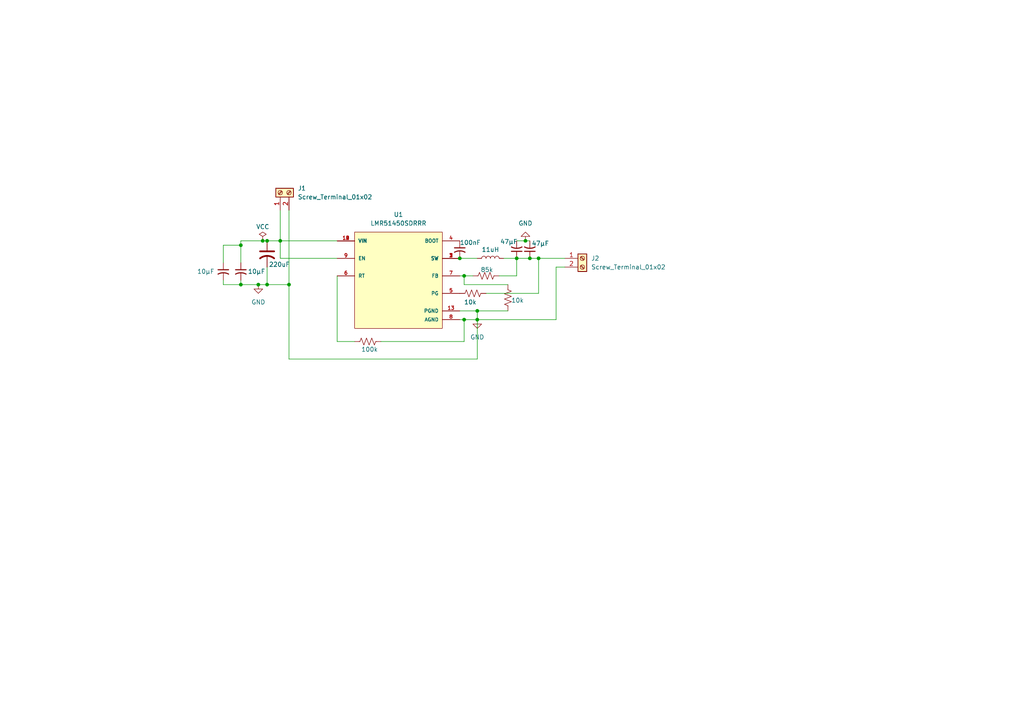
<source format=kicad_sch>
(kicad_sch
	(version 20250114)
	(generator "eeschema")
	(generator_version "9.0")
	(uuid "387b27bc-e35f-40e2-adbc-ba611e6bda3b")
	(paper "A4")
	(lib_symbols
		(symbol "Connector:Screw_Terminal_01x02"
			(pin_names
				(offset 1.016)
				(hide yes)
			)
			(exclude_from_sim no)
			(in_bom yes)
			(on_board yes)
			(property "Reference" "J"
				(at 0 2.54 0)
				(effects
					(font
						(size 1.27 1.27)
					)
				)
			)
			(property "Value" "Screw_Terminal_01x02"
				(at 0 -5.08 0)
				(effects
					(font
						(size 1.27 1.27)
					)
				)
			)
			(property "Footprint" ""
				(at 0 0 0)
				(effects
					(font
						(size 1.27 1.27)
					)
					(hide yes)
				)
			)
			(property "Datasheet" "~"
				(at 0 0 0)
				(effects
					(font
						(size 1.27 1.27)
					)
					(hide yes)
				)
			)
			(property "Description" "Generic screw terminal, single row, 01x02, script generated (kicad-library-utils/schlib/autogen/connector/)"
				(at 0 0 0)
				(effects
					(font
						(size 1.27 1.27)
					)
					(hide yes)
				)
			)
			(property "ki_keywords" "screw terminal"
				(at 0 0 0)
				(effects
					(font
						(size 1.27 1.27)
					)
					(hide yes)
				)
			)
			(property "ki_fp_filters" "TerminalBlock*:*"
				(at 0 0 0)
				(effects
					(font
						(size 1.27 1.27)
					)
					(hide yes)
				)
			)
			(symbol "Screw_Terminal_01x02_1_1"
				(rectangle
					(start -1.27 1.27)
					(end 1.27 -3.81)
					(stroke
						(width 0.254)
						(type default)
					)
					(fill
						(type background)
					)
				)
				(polyline
					(pts
						(xy -0.5334 0.3302) (xy 0.3302 -0.508)
					)
					(stroke
						(width 0.1524)
						(type default)
					)
					(fill
						(type none)
					)
				)
				(polyline
					(pts
						(xy -0.5334 -2.2098) (xy 0.3302 -3.048)
					)
					(stroke
						(width 0.1524)
						(type default)
					)
					(fill
						(type none)
					)
				)
				(polyline
					(pts
						(xy -0.3556 0.508) (xy 0.508 -0.3302)
					)
					(stroke
						(width 0.1524)
						(type default)
					)
					(fill
						(type none)
					)
				)
				(polyline
					(pts
						(xy -0.3556 -2.032) (xy 0.508 -2.8702)
					)
					(stroke
						(width 0.1524)
						(type default)
					)
					(fill
						(type none)
					)
				)
				(circle
					(center 0 0)
					(radius 0.635)
					(stroke
						(width 0.1524)
						(type default)
					)
					(fill
						(type none)
					)
				)
				(circle
					(center 0 -2.54)
					(radius 0.635)
					(stroke
						(width 0.1524)
						(type default)
					)
					(fill
						(type none)
					)
				)
				(pin passive line
					(at -5.08 0 0)
					(length 3.81)
					(name "Pin_1"
						(effects
							(font
								(size 1.27 1.27)
							)
						)
					)
					(number "1"
						(effects
							(font
								(size 1.27 1.27)
							)
						)
					)
				)
				(pin passive line
					(at -5.08 -2.54 0)
					(length 3.81)
					(name "Pin_2"
						(effects
							(font
								(size 1.27 1.27)
							)
						)
					)
					(number "2"
						(effects
							(font
								(size 1.27 1.27)
							)
						)
					)
				)
			)
			(embedded_fonts no)
		)
		(symbol "Device:C_Small_US"
			(pin_numbers
				(hide yes)
			)
			(pin_names
				(offset 0.254)
				(hide yes)
			)
			(exclude_from_sim no)
			(in_bom yes)
			(on_board yes)
			(property "Reference" "C"
				(at 0.254 1.778 0)
				(effects
					(font
						(size 1.27 1.27)
					)
					(justify left)
				)
			)
			(property "Value" "C_Small_US"
				(at 0.254 -2.032 0)
				(effects
					(font
						(size 1.27 1.27)
					)
					(justify left)
				)
			)
			(property "Footprint" ""
				(at 0 0 0)
				(effects
					(font
						(size 1.27 1.27)
					)
					(hide yes)
				)
			)
			(property "Datasheet" ""
				(at 0 0 0)
				(effects
					(font
						(size 1.27 1.27)
					)
					(hide yes)
				)
			)
			(property "Description" "capacitor, small US symbol"
				(at 0 0 0)
				(effects
					(font
						(size 1.27 1.27)
					)
					(hide yes)
				)
			)
			(property "ki_keywords" "cap capacitor"
				(at 0 0 0)
				(effects
					(font
						(size 1.27 1.27)
					)
					(hide yes)
				)
			)
			(property "ki_fp_filters" "C_*"
				(at 0 0 0)
				(effects
					(font
						(size 1.27 1.27)
					)
					(hide yes)
				)
			)
			(symbol "C_Small_US_0_1"
				(polyline
					(pts
						(xy -1.524 0.508) (xy 1.524 0.508)
					)
					(stroke
						(width 0.3048)
						(type default)
					)
					(fill
						(type none)
					)
				)
				(arc
					(start -1.524 -0.762)
					(mid 0 -0.3734)
					(end 1.524 -0.762)
					(stroke
						(width 0.3048)
						(type default)
					)
					(fill
						(type none)
					)
				)
			)
			(symbol "C_Small_US_1_1"
				(pin passive line
					(at 0 2.54 270)
					(length 2.032)
					(name "~"
						(effects
							(font
								(size 1.27 1.27)
							)
						)
					)
					(number "1"
						(effects
							(font
								(size 1.27 1.27)
							)
						)
					)
				)
				(pin passive line
					(at 0 -2.54 90)
					(length 2.032)
					(name "~"
						(effects
							(font
								(size 1.27 1.27)
							)
						)
					)
					(number "2"
						(effects
							(font
								(size 1.27 1.27)
							)
						)
					)
				)
			)
			(embedded_fonts no)
		)
		(symbol "Device:C_US"
			(pin_numbers
				(hide yes)
			)
			(pin_names
				(offset 0.254)
				(hide yes)
			)
			(exclude_from_sim no)
			(in_bom yes)
			(on_board yes)
			(property "Reference" "C"
				(at 0.635 2.54 0)
				(effects
					(font
						(size 1.27 1.27)
					)
					(justify left)
				)
			)
			(property "Value" "C_US"
				(at 0.635 -2.54 0)
				(effects
					(font
						(size 1.27 1.27)
					)
					(justify left)
				)
			)
			(property "Footprint" ""
				(at 0 0 0)
				(effects
					(font
						(size 1.27 1.27)
					)
					(hide yes)
				)
			)
			(property "Datasheet" ""
				(at 0 0 0)
				(effects
					(font
						(size 1.27 1.27)
					)
					(hide yes)
				)
			)
			(property "Description" "capacitor, US symbol"
				(at 0 0 0)
				(effects
					(font
						(size 1.27 1.27)
					)
					(hide yes)
				)
			)
			(property "ki_keywords" "cap capacitor"
				(at 0 0 0)
				(effects
					(font
						(size 1.27 1.27)
					)
					(hide yes)
				)
			)
			(property "ki_fp_filters" "C_*"
				(at 0 0 0)
				(effects
					(font
						(size 1.27 1.27)
					)
					(hide yes)
				)
			)
			(symbol "C_US_0_1"
				(polyline
					(pts
						(xy -2.032 0.762) (xy 2.032 0.762)
					)
					(stroke
						(width 0.508)
						(type default)
					)
					(fill
						(type none)
					)
				)
				(arc
					(start -2.032 -1.27)
					(mid 0 -0.5572)
					(end 2.032 -1.27)
					(stroke
						(width 0.508)
						(type default)
					)
					(fill
						(type none)
					)
				)
			)
			(symbol "C_US_1_1"
				(pin passive line
					(at 0 3.81 270)
					(length 2.794)
					(name "~"
						(effects
							(font
								(size 1.27 1.27)
							)
						)
					)
					(number "1"
						(effects
							(font
								(size 1.27 1.27)
							)
						)
					)
				)
				(pin passive line
					(at 0 -3.81 90)
					(length 3.302)
					(name "~"
						(effects
							(font
								(size 1.27 1.27)
							)
						)
					)
					(number "2"
						(effects
							(font
								(size 1.27 1.27)
							)
						)
					)
				)
			)
			(embedded_fonts no)
		)
		(symbol "Device:L"
			(pin_numbers
				(hide yes)
			)
			(pin_names
				(offset 1.016)
				(hide yes)
			)
			(exclude_from_sim no)
			(in_bom yes)
			(on_board yes)
			(property "Reference" "L"
				(at -1.27 0 90)
				(effects
					(font
						(size 1.27 1.27)
					)
				)
			)
			(property "Value" "L"
				(at 1.905 0 90)
				(effects
					(font
						(size 1.27 1.27)
					)
				)
			)
			(property "Footprint" ""
				(at 0 0 0)
				(effects
					(font
						(size 1.27 1.27)
					)
					(hide yes)
				)
			)
			(property "Datasheet" "~"
				(at 0 0 0)
				(effects
					(font
						(size 1.27 1.27)
					)
					(hide yes)
				)
			)
			(property "Description" "Inductor"
				(at 0 0 0)
				(effects
					(font
						(size 1.27 1.27)
					)
					(hide yes)
				)
			)
			(property "ki_keywords" "inductor choke coil reactor magnetic"
				(at 0 0 0)
				(effects
					(font
						(size 1.27 1.27)
					)
					(hide yes)
				)
			)
			(property "ki_fp_filters" "Choke_* *Coil* Inductor_* L_*"
				(at 0 0 0)
				(effects
					(font
						(size 1.27 1.27)
					)
					(hide yes)
				)
			)
			(symbol "L_0_1"
				(arc
					(start 0 2.54)
					(mid 0.6323 1.905)
					(end 0 1.27)
					(stroke
						(width 0)
						(type default)
					)
					(fill
						(type none)
					)
				)
				(arc
					(start 0 1.27)
					(mid 0.6323 0.635)
					(end 0 0)
					(stroke
						(width 0)
						(type default)
					)
					(fill
						(type none)
					)
				)
				(arc
					(start 0 0)
					(mid 0.6323 -0.635)
					(end 0 -1.27)
					(stroke
						(width 0)
						(type default)
					)
					(fill
						(type none)
					)
				)
				(arc
					(start 0 -1.27)
					(mid 0.6323 -1.905)
					(end 0 -2.54)
					(stroke
						(width 0)
						(type default)
					)
					(fill
						(type none)
					)
				)
			)
			(symbol "L_1_1"
				(pin passive line
					(at 0 3.81 270)
					(length 1.27)
					(name "1"
						(effects
							(font
								(size 1.27 1.27)
							)
						)
					)
					(number "1"
						(effects
							(font
								(size 1.27 1.27)
							)
						)
					)
				)
				(pin passive line
					(at 0 -3.81 90)
					(length 1.27)
					(name "2"
						(effects
							(font
								(size 1.27 1.27)
							)
						)
					)
					(number "2"
						(effects
							(font
								(size 1.27 1.27)
							)
						)
					)
				)
			)
			(embedded_fonts no)
		)
		(symbol "Device:R_US"
			(pin_numbers
				(hide yes)
			)
			(pin_names
				(offset 0)
			)
			(exclude_from_sim no)
			(in_bom yes)
			(on_board yes)
			(property "Reference" "R"
				(at 2.54 0 90)
				(effects
					(font
						(size 1.27 1.27)
					)
				)
			)
			(property "Value" "R_US"
				(at -2.54 0 90)
				(effects
					(font
						(size 1.27 1.27)
					)
				)
			)
			(property "Footprint" ""
				(at 1.016 -0.254 90)
				(effects
					(font
						(size 1.27 1.27)
					)
					(hide yes)
				)
			)
			(property "Datasheet" "~"
				(at 0 0 0)
				(effects
					(font
						(size 1.27 1.27)
					)
					(hide yes)
				)
			)
			(property "Description" "Resistor, US symbol"
				(at 0 0 0)
				(effects
					(font
						(size 1.27 1.27)
					)
					(hide yes)
				)
			)
			(property "ki_keywords" "R res resistor"
				(at 0 0 0)
				(effects
					(font
						(size 1.27 1.27)
					)
					(hide yes)
				)
			)
			(property "ki_fp_filters" "R_*"
				(at 0 0 0)
				(effects
					(font
						(size 1.27 1.27)
					)
					(hide yes)
				)
			)
			(symbol "R_US_0_1"
				(polyline
					(pts
						(xy 0 2.286) (xy 0 2.54)
					)
					(stroke
						(width 0)
						(type default)
					)
					(fill
						(type none)
					)
				)
				(polyline
					(pts
						(xy 0 2.286) (xy 1.016 1.905) (xy 0 1.524) (xy -1.016 1.143) (xy 0 0.762)
					)
					(stroke
						(width 0)
						(type default)
					)
					(fill
						(type none)
					)
				)
				(polyline
					(pts
						(xy 0 0.762) (xy 1.016 0.381) (xy 0 0) (xy -1.016 -0.381) (xy 0 -0.762)
					)
					(stroke
						(width 0)
						(type default)
					)
					(fill
						(type none)
					)
				)
				(polyline
					(pts
						(xy 0 -0.762) (xy 1.016 -1.143) (xy 0 -1.524) (xy -1.016 -1.905) (xy 0 -2.286)
					)
					(stroke
						(width 0)
						(type default)
					)
					(fill
						(type none)
					)
				)
				(polyline
					(pts
						(xy 0 -2.286) (xy 0 -2.54)
					)
					(stroke
						(width 0)
						(type default)
					)
					(fill
						(type none)
					)
				)
			)
			(symbol "R_US_1_1"
				(pin passive line
					(at 0 3.81 270)
					(length 1.27)
					(name "~"
						(effects
							(font
								(size 1.27 1.27)
							)
						)
					)
					(number "1"
						(effects
							(font
								(size 1.27 1.27)
							)
						)
					)
				)
				(pin passive line
					(at 0 -3.81 90)
					(length 1.27)
					(name "~"
						(effects
							(font
								(size 1.27 1.27)
							)
						)
					)
					(number "2"
						(effects
							(font
								(size 1.27 1.27)
							)
						)
					)
				)
			)
			(embedded_fonts no)
		)
		(symbol "LMR51450SDRRR:LMR51450SDRRR"
			(pin_names
				(offset 1.016)
			)
			(exclude_from_sim no)
			(in_bom yes)
			(on_board yes)
			(property "Reference" "U"
				(at -12.7 13.335 0)
				(effects
					(font
						(size 1.27 1.27)
					)
					(justify left bottom)
				)
			)
			(property "Value" "LMR51450SDRRR"
				(at -12.7 -17.78 0)
				(effects
					(font
						(size 1.27 1.27)
					)
					(justify left bottom)
				)
			)
			(property "Footprint" "LMR51450SDRRR:CONV_LMR51450SDRRR"
				(at 0 0 0)
				(effects
					(font
						(size 1.27 1.27)
					)
					(justify bottom)
					(hide yes)
				)
			)
			(property "Datasheet" ""
				(at 0 0 0)
				(effects
					(font
						(size 1.27 1.27)
					)
					(hide yes)
				)
			)
			(property "Description" ""
				(at 0 0 0)
				(effects
					(font
						(size 1.27 1.27)
					)
					(hide yes)
				)
			)
			(property "MF" "Texas Instruments"
				(at 0 0 0)
				(effects
					(font
						(size 1.27 1.27)
					)
					(justify bottom)
					(hide yes)
				)
			)
			(property "MAXIMUM_PACKAGE_HEIGHT" "0.80 mm"
				(at 0 0 0)
				(effects
					(font
						(size 1.27 1.27)
					)
					(justify bottom)
					(hide yes)
				)
			)
			(property "Package" "WSON-12 Texas Instruments"
				(at 0 0 0)
				(effects
					(font
						(size 1.27 1.27)
					)
					(justify bottom)
					(hide yes)
				)
			)
			(property "Price" "None"
				(at 0 0 0)
				(effects
					(font
						(size 1.27 1.27)
					)
					(justify bottom)
					(hide yes)
				)
			)
			(property "Check_prices" "https://www.snapeda.com/parts/LMR51450SDRRR/Texas+Instruments/view-part/?ref=eda"
				(at 0 0 0)
				(effects
					(font
						(size 1.27 1.27)
					)
					(justify bottom)
					(hide yes)
				)
			)
			(property "STANDARD" "Manufacturer Recommendations"
				(at 0 0 0)
				(effects
					(font
						(size 1.27 1.27)
					)
					(justify bottom)
					(hide yes)
				)
			)
			(property "PARTREV" "December 2022"
				(at 0 0 0)
				(effects
					(font
						(size 1.27 1.27)
					)
					(justify bottom)
					(hide yes)
				)
			)
			(property "SnapEDA_Link" "https://www.snapeda.com/parts/LMR51450SDRRR/Texas+Instruments/view-part/?ref=snap"
				(at 0 0 0)
				(effects
					(font
						(size 1.27 1.27)
					)
					(justify bottom)
					(hide yes)
				)
			)
			(property "MP" "LMR51450SDRRR"
				(at 0 0 0)
				(effects
					(font
						(size 1.27 1.27)
					)
					(justify bottom)
					(hide yes)
				)
			)
			(property "Description_1" "36-V, 5-A synchronous buck converter"
				(at 0 0 0)
				(effects
					(font
						(size 1.27 1.27)
					)
					(justify bottom)
					(hide yes)
				)
			)
			(property "Availability" "In Stock"
				(at 0 0 0)
				(effects
					(font
						(size 1.27 1.27)
					)
					(justify bottom)
					(hide yes)
				)
			)
			(property "MANUFACTURER" "Texas Instruments"
				(at 0 0 0)
				(effects
					(font
						(size 1.27 1.27)
					)
					(justify bottom)
					(hide yes)
				)
			)
			(symbol "LMR51450SDRRR_0_0"
				(rectangle
					(start -12.7 -15.24)
					(end 12.7 12.7)
					(stroke
						(width 0.1524)
						(type default)
					)
					(fill
						(type background)
					)
				)
				(pin input line
					(at -17.78 10.16 0)
					(length 5.08)
					(name "VIN"
						(effects
							(font
								(size 1.016 1.016)
							)
						)
					)
					(number "10"
						(effects
							(font
								(size 1.016 1.016)
							)
						)
					)
				)
				(pin input line
					(at -17.78 10.16 0)
					(length 5.08)
					(name "VIN"
						(effects
							(font
								(size 1.016 1.016)
							)
						)
					)
					(number "11"
						(effects
							(font
								(size 1.016 1.016)
							)
						)
					)
				)
				(pin input line
					(at -17.78 10.16 0)
					(length 5.08)
					(name "VIN"
						(effects
							(font
								(size 1.016 1.016)
							)
						)
					)
					(number "12"
						(effects
							(font
								(size 1.016 1.016)
							)
						)
					)
				)
				(pin input line
					(at -17.78 5.08 0)
					(length 5.08)
					(name "EN"
						(effects
							(font
								(size 1.016 1.016)
							)
						)
					)
					(number "9"
						(effects
							(font
								(size 1.016 1.016)
							)
						)
					)
				)
				(pin input line
					(at -17.78 0 0)
					(length 5.08)
					(name "RT"
						(effects
							(font
								(size 1.016 1.016)
							)
						)
					)
					(number "6"
						(effects
							(font
								(size 1.016 1.016)
							)
						)
					)
				)
				(pin passive line
					(at 17.78 10.16 180)
					(length 5.08)
					(name "BOOT"
						(effects
							(font
								(size 1.016 1.016)
							)
						)
					)
					(number "4"
						(effects
							(font
								(size 1.016 1.016)
							)
						)
					)
				)
				(pin output line
					(at 17.78 5.08 180)
					(length 5.08)
					(name "SW"
						(effects
							(font
								(size 1.016 1.016)
							)
						)
					)
					(number "1"
						(effects
							(font
								(size 1.016 1.016)
							)
						)
					)
				)
				(pin output line
					(at 17.78 5.08 180)
					(length 5.08)
					(name "SW"
						(effects
							(font
								(size 1.016 1.016)
							)
						)
					)
					(number "2"
						(effects
							(font
								(size 1.016 1.016)
							)
						)
					)
				)
				(pin output line
					(at 17.78 5.08 180)
					(length 5.08)
					(name "SW"
						(effects
							(font
								(size 1.016 1.016)
							)
						)
					)
					(number "3"
						(effects
							(font
								(size 1.016 1.016)
							)
						)
					)
				)
				(pin input line
					(at 17.78 0 180)
					(length 5.08)
					(name "FB"
						(effects
							(font
								(size 1.016 1.016)
							)
						)
					)
					(number "7"
						(effects
							(font
								(size 1.016 1.016)
							)
						)
					)
				)
				(pin output line
					(at 17.78 -5.08 180)
					(length 5.08)
					(name "PG"
						(effects
							(font
								(size 1.016 1.016)
							)
						)
					)
					(number "5"
						(effects
							(font
								(size 1.016 1.016)
							)
						)
					)
				)
				(pin power_in line
					(at 17.78 -10.16 180)
					(length 5.08)
					(name "PGND"
						(effects
							(font
								(size 1.016 1.016)
							)
						)
					)
					(number "13"
						(effects
							(font
								(size 1.016 1.016)
							)
						)
					)
				)
				(pin power_in line
					(at 17.78 -12.7 180)
					(length 5.08)
					(name "AGND"
						(effects
							(font
								(size 1.016 1.016)
							)
						)
					)
					(number "8"
						(effects
							(font
								(size 1.016 1.016)
							)
						)
					)
				)
			)
			(embedded_fonts no)
		)
		(symbol "power:GND"
			(power)
			(pin_numbers
				(hide yes)
			)
			(pin_names
				(offset 0)
				(hide yes)
			)
			(exclude_from_sim no)
			(in_bom yes)
			(on_board yes)
			(property "Reference" "#PWR"
				(at 0 -6.35 0)
				(effects
					(font
						(size 1.27 1.27)
					)
					(hide yes)
				)
			)
			(property "Value" "GND"
				(at 0 -3.81 0)
				(effects
					(font
						(size 1.27 1.27)
					)
				)
			)
			(property "Footprint" ""
				(at 0 0 0)
				(effects
					(font
						(size 1.27 1.27)
					)
					(hide yes)
				)
			)
			(property "Datasheet" ""
				(at 0 0 0)
				(effects
					(font
						(size 1.27 1.27)
					)
					(hide yes)
				)
			)
			(property "Description" "Power symbol creates a global label with name \"GND\" , ground"
				(at 0 0 0)
				(effects
					(font
						(size 1.27 1.27)
					)
					(hide yes)
				)
			)
			(property "ki_keywords" "global power"
				(at 0 0 0)
				(effects
					(font
						(size 1.27 1.27)
					)
					(hide yes)
				)
			)
			(symbol "GND_0_1"
				(polyline
					(pts
						(xy 0 0) (xy 0 -1.27) (xy 1.27 -1.27) (xy 0 -2.54) (xy -1.27 -1.27) (xy 0 -1.27)
					)
					(stroke
						(width 0)
						(type default)
					)
					(fill
						(type none)
					)
				)
			)
			(symbol "GND_1_1"
				(pin power_in line
					(at 0 0 270)
					(length 0)
					(name "~"
						(effects
							(font
								(size 1.27 1.27)
							)
						)
					)
					(number "1"
						(effects
							(font
								(size 1.27 1.27)
							)
						)
					)
				)
			)
			(embedded_fonts no)
		)
		(symbol "power:PWR_FLAG"
			(power)
			(pin_numbers
				(hide yes)
			)
			(pin_names
				(offset 0)
				(hide yes)
			)
			(exclude_from_sim no)
			(in_bom yes)
			(on_board yes)
			(property "Reference" "#FLG"
				(at 0 1.905 0)
				(effects
					(font
						(size 1.27 1.27)
					)
					(hide yes)
				)
			)
			(property "Value" "PWR_FLAG"
				(at 0 3.81 0)
				(effects
					(font
						(size 1.27 1.27)
					)
				)
			)
			(property "Footprint" ""
				(at 0 0 0)
				(effects
					(font
						(size 1.27 1.27)
					)
					(hide yes)
				)
			)
			(property "Datasheet" "~"
				(at 0 0 0)
				(effects
					(font
						(size 1.27 1.27)
					)
					(hide yes)
				)
			)
			(property "Description" "Special symbol for telling ERC where power comes from"
				(at 0 0 0)
				(effects
					(font
						(size 1.27 1.27)
					)
					(hide yes)
				)
			)
			(property "ki_keywords" "flag power"
				(at 0 0 0)
				(effects
					(font
						(size 1.27 1.27)
					)
					(hide yes)
				)
			)
			(symbol "PWR_FLAG_0_0"
				(pin power_out line
					(at 0 0 90)
					(length 0)
					(name "~"
						(effects
							(font
								(size 1.27 1.27)
							)
						)
					)
					(number "1"
						(effects
							(font
								(size 1.27 1.27)
							)
						)
					)
				)
			)
			(symbol "PWR_FLAG_0_1"
				(polyline
					(pts
						(xy 0 0) (xy 0 1.27) (xy -1.016 1.905) (xy 0 2.54) (xy 1.016 1.905) (xy 0 1.27)
					)
					(stroke
						(width 0)
						(type default)
					)
					(fill
						(type none)
					)
				)
			)
			(embedded_fonts no)
		)
	)
	(junction
		(at 69.85 71.12)
		(diameter 0)
		(color 0 0 0 0)
		(uuid "1be489f7-27c3-48e5-a0e0-6e68c1962040")
	)
	(junction
		(at 83.82 82.55)
		(diameter 0)
		(color 0 0 0 0)
		(uuid "1db8b154-f9b2-4e28-8a52-d37a33ee8918")
	)
	(junction
		(at 77.47 69.85)
		(diameter 0)
		(color 0 0 0 0)
		(uuid "51491a5c-3413-4be2-aa30-3a8d8b95711d")
	)
	(junction
		(at 76.2 69.85)
		(diameter 0)
		(color 0 0 0 0)
		(uuid "54758bc8-bd36-4bac-b573-dbc034ddb667")
	)
	(junction
		(at 133.35 74.93)
		(diameter 0)
		(color 0 0 0 0)
		(uuid "60a21e23-46b8-4d28-9e05-b02f5a1040fc")
	)
	(junction
		(at 69.85 82.55)
		(diameter 0)
		(color 0 0 0 0)
		(uuid "6a291cee-b7a5-485e-8951-f91ce0b49119")
	)
	(junction
		(at 134.62 92.71)
		(diameter 0)
		(color 0 0 0 0)
		(uuid "7a5031c1-e236-47c0-afe4-73165397a667")
	)
	(junction
		(at 77.47 82.55)
		(diameter 0)
		(color 0 0 0 0)
		(uuid "a4d898e1-18ce-48ef-be5a-6b0dc90b0566")
	)
	(junction
		(at 81.28 69.85)
		(diameter 0)
		(color 0 0 0 0)
		(uuid "bc09db93-889f-4db2-b5e0-e33bf1adbaca")
	)
	(junction
		(at 74.93 82.55)
		(diameter 0)
		(color 0 0 0 0)
		(uuid "c1f90de0-340c-4c6c-a34b-48e01452b0f8")
	)
	(junction
		(at 149.86 74.93)
		(diameter 0)
		(color 0 0 0 0)
		(uuid "cd4ee0be-1ab7-4e84-b85e-7f84855f1e6e")
	)
	(junction
		(at 153.67 74.93)
		(diameter 0)
		(color 0 0 0 0)
		(uuid "d24146a8-1e85-436f-863d-f7555c17136f")
	)
	(junction
		(at 134.62 80.01)
		(diameter 0)
		(color 0 0 0 0)
		(uuid "d36130f0-7666-4a20-8967-efa86bb40991")
	)
	(junction
		(at 152.4 69.85)
		(diameter 0)
		(color 0 0 0 0)
		(uuid "da8509e9-245e-493e-8aff-013cbd96baf5")
	)
	(junction
		(at 138.43 90.17)
		(diameter 0)
		(color 0 0 0 0)
		(uuid "ec6f888d-2da1-47cd-a9e1-53e8246ea885")
	)
	(junction
		(at 138.43 92.71)
		(diameter 0)
		(color 0 0 0 0)
		(uuid "f00e91f7-cc99-452c-8dff-139c4a9ed39c")
	)
	(junction
		(at 156.21 74.93)
		(diameter 0)
		(color 0 0 0 0)
		(uuid "fd4a70fc-112c-442b-8484-989e2cb2bb4b")
	)
	(wire
		(pts
			(xy 149.86 69.85) (xy 152.4 69.85)
		)
		(stroke
			(width 0)
			(type default)
		)
		(uuid "014040df-c1fc-41aa-a22a-5462338c6ad1")
	)
	(wire
		(pts
			(xy 76.2 69.85) (xy 77.47 69.85)
		)
		(stroke
			(width 0)
			(type default)
		)
		(uuid "03a9d33b-8bba-48da-bc01-4d0c81149a5f")
	)
	(wire
		(pts
			(xy 138.43 90.17) (xy 147.32 90.17)
		)
		(stroke
			(width 0)
			(type default)
		)
		(uuid "0dc5abf5-2723-4b23-b336-b116626510ed")
	)
	(wire
		(pts
			(xy 161.29 77.47) (xy 161.29 92.71)
		)
		(stroke
			(width 0)
			(type default)
		)
		(uuid "110e87ff-1972-4db8-bcb4-6ddad1e50f9a")
	)
	(wire
		(pts
			(xy 156.21 74.93) (xy 156.21 85.09)
		)
		(stroke
			(width 0)
			(type default)
		)
		(uuid "13a1168b-1199-4e1b-92a5-7b2e0d4aafe0")
	)
	(wire
		(pts
			(xy 110.49 99.06) (xy 134.62 99.06)
		)
		(stroke
			(width 0)
			(type default)
		)
		(uuid "16d6aef1-4d7d-418d-adc5-f7d11c4f5d8a")
	)
	(wire
		(pts
			(xy 133.35 80.01) (xy 134.62 80.01)
		)
		(stroke
			(width 0)
			(type default)
		)
		(uuid "1ba0c25d-eb90-49d6-bd67-ba3d2c318403")
	)
	(wire
		(pts
			(xy 138.43 92.71) (xy 161.29 92.71)
		)
		(stroke
			(width 0)
			(type default)
		)
		(uuid "21c19975-5c99-4361-a44d-b981d849fef1")
	)
	(wire
		(pts
			(xy 81.28 60.96) (xy 81.28 69.85)
		)
		(stroke
			(width 0)
			(type default)
		)
		(uuid "31ae8105-7daa-46bc-8ed2-bddf03bcf693")
	)
	(wire
		(pts
			(xy 144.78 80.01) (xy 149.86 80.01)
		)
		(stroke
			(width 0)
			(type default)
		)
		(uuid "3542c7fa-d313-4e79-bb0d-67dbd8dbb8a1")
	)
	(wire
		(pts
			(xy 77.47 69.85) (xy 81.28 69.85)
		)
		(stroke
			(width 0)
			(type default)
		)
		(uuid "51f6cdbf-d58b-4c48-8b6f-e40644846abe")
	)
	(wire
		(pts
			(xy 97.79 80.01) (xy 97.79 99.06)
		)
		(stroke
			(width 0)
			(type default)
		)
		(uuid "5303e027-a34c-4071-b89b-fb5d56c14775")
	)
	(wire
		(pts
			(xy 163.83 77.47) (xy 161.29 77.47)
		)
		(stroke
			(width 0)
			(type default)
		)
		(uuid "55765691-bf15-40c3-b876-a7b37135aafc")
	)
	(wire
		(pts
			(xy 140.97 85.09) (xy 156.21 85.09)
		)
		(stroke
			(width 0)
			(type default)
		)
		(uuid "5ed90b56-bb9e-4d82-8f09-ec3f7d0b0d72")
	)
	(wire
		(pts
			(xy 69.85 71.12) (xy 64.77 71.12)
		)
		(stroke
			(width 0)
			(type default)
		)
		(uuid "634e3d3a-160b-4447-9b38-56e8ff89860c")
	)
	(wire
		(pts
			(xy 134.62 80.01) (xy 134.62 82.55)
		)
		(stroke
			(width 0)
			(type default)
		)
		(uuid "63790df7-ef07-47dc-8bb7-3c8b1184e667")
	)
	(wire
		(pts
			(xy 64.77 81.28) (xy 64.77 82.55)
		)
		(stroke
			(width 0)
			(type default)
		)
		(uuid "717ebd82-3db8-4374-8660-e73ca797dd3c")
	)
	(wire
		(pts
			(xy 156.21 74.93) (xy 163.83 74.93)
		)
		(stroke
			(width 0)
			(type default)
		)
		(uuid "72c6ba5f-3381-43e6-a5ed-812027ab65c1")
	)
	(wire
		(pts
			(xy 81.28 69.85) (xy 81.28 74.93)
		)
		(stroke
			(width 0)
			(type default)
		)
		(uuid "73cdd55a-176f-416c-aa06-3152f93788c4")
	)
	(wire
		(pts
			(xy 83.82 104.14) (xy 138.43 104.14)
		)
		(stroke
			(width 0)
			(type default)
		)
		(uuid "771b6c38-2ff2-46cd-a3a6-83d5223b0b03")
	)
	(wire
		(pts
			(xy 69.85 71.12) (xy 69.85 76.2)
		)
		(stroke
			(width 0)
			(type default)
		)
		(uuid "7f03f528-a337-49f2-9f7f-33decfaba828")
	)
	(wire
		(pts
			(xy 149.86 74.93) (xy 153.67 74.93)
		)
		(stroke
			(width 0)
			(type default)
		)
		(uuid "8034fe02-ab02-4174-b26f-62ee0251acc4")
	)
	(wire
		(pts
			(xy 83.82 82.55) (xy 83.82 104.14)
		)
		(stroke
			(width 0)
			(type default)
		)
		(uuid "8583346d-3564-4839-8359-d88cf5d964b1")
	)
	(wire
		(pts
			(xy 69.85 69.85) (xy 76.2 69.85)
		)
		(stroke
			(width 0)
			(type default)
		)
		(uuid "8ee0de8a-52c2-47a8-8985-3e8a52b38eea")
	)
	(wire
		(pts
			(xy 149.86 74.93) (xy 149.86 80.01)
		)
		(stroke
			(width 0)
			(type default)
		)
		(uuid "8fe3ce05-9b08-4e2e-9323-42915d2f0f4a")
	)
	(wire
		(pts
			(xy 74.93 82.55) (xy 77.47 82.55)
		)
		(stroke
			(width 0)
			(type default)
		)
		(uuid "919e110f-1563-416e-98f7-05891fddf3fd")
	)
	(wire
		(pts
			(xy 97.79 99.06) (xy 102.87 99.06)
		)
		(stroke
			(width 0)
			(type default)
		)
		(uuid "92c659d8-1f96-4511-85e2-d0d035b1ceb4")
	)
	(wire
		(pts
			(xy 133.35 74.93) (xy 138.43 74.93)
		)
		(stroke
			(width 0)
			(type default)
		)
		(uuid "9c3b4462-840a-4963-8c67-7970719f2894")
	)
	(wire
		(pts
			(xy 134.62 82.55) (xy 147.32 82.55)
		)
		(stroke
			(width 0)
			(type default)
		)
		(uuid "9d619e2f-5af2-4e47-b35b-ec213c1f24d6")
	)
	(wire
		(pts
			(xy 77.47 77.47) (xy 77.47 82.55)
		)
		(stroke
			(width 0)
			(type default)
		)
		(uuid "a9d94a29-8c44-4d24-af2c-cc0f15b0d843")
	)
	(wire
		(pts
			(xy 133.35 92.71) (xy 134.62 92.71)
		)
		(stroke
			(width 0)
			(type default)
		)
		(uuid "ac839904-9e23-41f9-99be-29a880a65124")
	)
	(wire
		(pts
			(xy 138.43 104.14) (xy 138.43 92.71)
		)
		(stroke
			(width 0)
			(type default)
		)
		(uuid "b0f742a1-3a1f-4190-97dc-a34475773ca8")
	)
	(wire
		(pts
			(xy 69.85 71.12) (xy 69.85 69.85)
		)
		(stroke
			(width 0)
			(type default)
		)
		(uuid "b4bb90c6-a75e-41fb-9e51-17cacc046a2d")
	)
	(wire
		(pts
			(xy 64.77 82.55) (xy 69.85 82.55)
		)
		(stroke
			(width 0)
			(type default)
		)
		(uuid "b4fce198-903a-4dca-b6e1-8e44d37f34a0")
	)
	(wire
		(pts
			(xy 146.05 74.93) (xy 149.86 74.93)
		)
		(stroke
			(width 0)
			(type default)
		)
		(uuid "b98137fe-72ea-492d-9570-52a73ca9459a")
	)
	(wire
		(pts
			(xy 77.47 82.55) (xy 83.82 82.55)
		)
		(stroke
			(width 0)
			(type default)
		)
		(uuid "b9cfe081-f84b-4843-8c9a-89fa3013c546")
	)
	(wire
		(pts
			(xy 83.82 60.96) (xy 83.82 82.55)
		)
		(stroke
			(width 0)
			(type default)
		)
		(uuid "be5ab143-47bc-459e-9a3f-32af27d0245a")
	)
	(wire
		(pts
			(xy 81.28 74.93) (xy 97.79 74.93)
		)
		(stroke
			(width 0)
			(type default)
		)
		(uuid "c22911da-c129-4337-a1d3-1d96f05fd657")
	)
	(wire
		(pts
			(xy 133.35 90.17) (xy 138.43 90.17)
		)
		(stroke
			(width 0)
			(type default)
		)
		(uuid "dbbfbc37-d7ef-4027-a7e6-ce821e95c5a5")
	)
	(wire
		(pts
			(xy 69.85 82.55) (xy 74.93 82.55)
		)
		(stroke
			(width 0)
			(type default)
		)
		(uuid "dddfc956-5a0a-48a8-916a-f453821ce2bb")
	)
	(wire
		(pts
			(xy 134.62 80.01) (xy 137.16 80.01)
		)
		(stroke
			(width 0)
			(type default)
		)
		(uuid "e0bbcd9a-9821-4d73-b70d-eaf0b990f122")
	)
	(wire
		(pts
			(xy 152.4 69.85) (xy 153.67 69.85)
		)
		(stroke
			(width 0)
			(type default)
		)
		(uuid "eb0fd854-2057-40c0-836c-06fbdbf60188")
	)
	(wire
		(pts
			(xy 134.62 99.06) (xy 134.62 92.71)
		)
		(stroke
			(width 0)
			(type default)
		)
		(uuid "ed56574b-5b28-4112-a660-a5cf764b6029")
	)
	(wire
		(pts
			(xy 81.28 69.85) (xy 97.79 69.85)
		)
		(stroke
			(width 0)
			(type default)
		)
		(uuid "f20a2d70-9153-47b3-98cd-0c585408416b")
	)
	(wire
		(pts
			(xy 153.67 74.93) (xy 156.21 74.93)
		)
		(stroke
			(width 0)
			(type default)
		)
		(uuid "f3974429-3ece-4ee1-a8a9-1ac6a9386d02")
	)
	(wire
		(pts
			(xy 69.85 81.28) (xy 69.85 82.55)
		)
		(stroke
			(width 0)
			(type default)
		)
		(uuid "f4a1db95-f470-403e-bdc3-cf94dd0aa0d3")
	)
	(wire
		(pts
			(xy 134.62 92.71) (xy 138.43 92.71)
		)
		(stroke
			(width 0)
			(type default)
		)
		(uuid "f7f4aab6-7b55-49f4-aa27-5c4f713633a2")
	)
	(wire
		(pts
			(xy 138.43 90.17) (xy 138.43 92.71)
		)
		(stroke
			(width 0)
			(type default)
		)
		(uuid "f852f108-868f-49d2-89ec-7323695e5d67")
	)
	(wire
		(pts
			(xy 64.77 71.12) (xy 64.77 76.2)
		)
		(stroke
			(width 0)
			(type default)
		)
		(uuid "fc0ef9c6-0135-4e18-afbf-ae271b7caeb9")
	)
	(symbol
		(lib_id "Device:C_Small_US")
		(at 149.86 72.39 180)
		(unit 1)
		(exclude_from_sim no)
		(in_bom yes)
		(on_board yes)
		(dnp no)
		(uuid "02439779-e3e9-4f16-ad51-723a6d39bb52")
		(property "Reference" "C4"
			(at 147.32 73.5331 0)
			(effects
				(font
					(size 1.27 1.27)
				)
				(justify left)
				(hide yes)
			)
		)
		(property "Value" "47µF"
			(at 150.114 70.104 0)
			(effects
				(font
					(size 1.27 1.27)
				)
				(justify left)
			)
		)
		(property "Footprint" "Capacitor_THT:C_Disc_D3.0mm_W1.6mm_P2.50mm"
			(at 149.86 72.39 0)
			(effects
				(font
					(size 1.27 1.27)
				)
				(hide yes)
			)
		)
		(property "Datasheet" ""
			(at 149.86 72.39 0)
			(effects
				(font
					(size 1.27 1.27)
				)
				(hide yes)
			)
		)
		(property "Description" "capacitor, small US symbol"
			(at 149.86 72.39 0)
			(effects
				(font
					(size 1.27 1.27)
				)
				(hide yes)
			)
		)
		(pin "2"
			(uuid "80c459fa-c00e-49a8-8357-f5b7dab470f9")
		)
		(pin "1"
			(uuid "fd87640f-c8cb-43b9-95f5-bfebcee5f2e5")
		)
		(instances
			(project "trial"
				(path "/387b27bc-e35f-40e2-adbc-ba611e6bda3b"
					(reference "C4")
					(unit 1)
				)
			)
		)
	)
	(symbol
		(lib_id "Device:C_Small_US")
		(at 153.67 72.39 180)
		(unit 1)
		(exclude_from_sim no)
		(in_bom yes)
		(on_board yes)
		(dnp no)
		(uuid "07d9305d-11a3-48ac-8635-ec9c961a431e")
		(property "Reference" "C3"
			(at 151.13 73.5331 0)
			(effects
				(font
					(size 1.27 1.27)
				)
				(justify left)
				(hide yes)
			)
		)
		(property "Value" "47µF"
			(at 159.258 70.612 0)
			(effects
				(font
					(size 1.27 1.27)
				)
				(justify left)
			)
		)
		(property "Footprint" "Capacitor_THT:C_Disc_D3.0mm_W1.6mm_P2.50mm"
			(at 153.67 72.39 0)
			(effects
				(font
					(size 1.27 1.27)
				)
				(hide yes)
			)
		)
		(property "Datasheet" ""
			(at 153.67 72.39 0)
			(effects
				(font
					(size 1.27 1.27)
				)
				(hide yes)
			)
		)
		(property "Description" "capacitor, small US symbol"
			(at 153.67 72.39 0)
			(effects
				(font
					(size 1.27 1.27)
				)
				(hide yes)
			)
		)
		(pin "2"
			(uuid "ab181754-e18f-464f-b2ae-d226f0e54af5")
		)
		(pin "1"
			(uuid "66059f09-11c9-4ed0-8f9a-a41b961f3238")
		)
		(instances
			(project "trial"
				(path "/387b27bc-e35f-40e2-adbc-ba611e6bda3b"
					(reference "C3")
					(unit 1)
				)
			)
		)
	)
	(symbol
		(lib_id "Device:R_US")
		(at 137.16 85.09 270)
		(unit 1)
		(exclude_from_sim no)
		(in_bom yes)
		(on_board yes)
		(dnp no)
		(uuid "10e46852-82d0-4245-834d-93de7fa14ff0")
		(property "Reference" "R4"
			(at 137.16 91.44 90)
			(effects
				(font
					(size 1.27 1.27)
				)
				(hide yes)
			)
		)
		(property "Value" "10k"
			(at 136.398 87.63 90)
			(effects
				(font
					(size 1.27 1.27)
				)
			)
		)
		(property "Footprint" "Resistor_THT:R_Axial_DIN0204_L3.6mm_D1.6mm_P1.90mm_Vertical"
			(at 136.906 86.106 90)
			(effects
				(font
					(size 1.27 1.27)
				)
				(hide yes)
			)
		)
		(property "Datasheet" "~"
			(at 137.16 85.09 0)
			(effects
				(font
					(size 1.27 1.27)
				)
				(hide yes)
			)
		)
		(property "Description" "Resistor, US symbol"
			(at 137.16 85.09 0)
			(effects
				(font
					(size 1.27 1.27)
				)
				(hide yes)
			)
		)
		(pin "1"
			(uuid "5dee229b-9485-4b20-8e83-2d8293d571f6")
		)
		(pin "2"
			(uuid "03bc0ddc-5d7c-4a83-87d5-6ef2a67f39d1")
		)
		(instances
			(project "trial"
				(path "/387b27bc-e35f-40e2-adbc-ba611e6bda3b"
					(reference "R4")
					(unit 1)
				)
			)
		)
	)
	(symbol
		(lib_id "power:GND")
		(at 138.43 92.71 0)
		(unit 1)
		(exclude_from_sim no)
		(in_bom yes)
		(on_board yes)
		(dnp no)
		(fields_autoplaced yes)
		(uuid "2ddde02a-5c4a-407b-8100-615e544cf272")
		(property "Reference" "#PWR01"
			(at 138.43 99.06 0)
			(effects
				(font
					(size 1.27 1.27)
				)
				(hide yes)
			)
		)
		(property "Value" "GND"
			(at 138.43 97.79 0)
			(effects
				(font
					(size 1.27 1.27)
				)
			)
		)
		(property "Footprint" ""
			(at 138.43 92.71 0)
			(effects
				(font
					(size 1.27 1.27)
				)
				(hide yes)
			)
		)
		(property "Datasheet" ""
			(at 138.43 92.71 0)
			(effects
				(font
					(size 1.27 1.27)
				)
				(hide yes)
			)
		)
		(property "Description" "Power symbol creates a global label with name \"GND\" , ground"
			(at 138.43 92.71 0)
			(effects
				(font
					(size 1.27 1.27)
				)
				(hide yes)
			)
		)
		(pin "1"
			(uuid "d815851d-d7c9-4448-a658-04554784ca3f")
		)
		(instances
			(project ""
				(path "/387b27bc-e35f-40e2-adbc-ba611e6bda3b"
					(reference "#PWR01")
					(unit 1)
				)
			)
		)
	)
	(symbol
		(lib_id "Device:R_US")
		(at 106.68 99.06 270)
		(unit 1)
		(exclude_from_sim no)
		(in_bom yes)
		(on_board yes)
		(dnp no)
		(uuid "2e2a9afa-46df-4a23-bb31-d039109039fd")
		(property "Reference" "R3"
			(at 106.68 92.71 90)
			(effects
				(font
					(size 1.27 1.27)
				)
				(hide yes)
			)
		)
		(property "Value" "100k"
			(at 107.188 101.346 90)
			(effects
				(font
					(size 1.27 1.27)
				)
			)
		)
		(property "Footprint" "Resistor_THT:R_Axial_DIN0204_L3.6mm_D1.6mm_P1.90mm_Vertical"
			(at 106.426 100.076 90)
			(effects
				(font
					(size 1.27 1.27)
				)
				(hide yes)
			)
		)
		(property "Datasheet" "~"
			(at 106.68 99.06 0)
			(effects
				(font
					(size 1.27 1.27)
				)
				(hide yes)
			)
		)
		(property "Description" "Resistor, US symbol"
			(at 106.68 99.06 0)
			(effects
				(font
					(size 1.27 1.27)
				)
				(hide yes)
			)
		)
		(pin "1"
			(uuid "1f80b2bf-661a-4852-ac59-45c14f9d7661")
		)
		(pin "2"
			(uuid "3f9e9ae9-5245-4191-a27d-2ca9522891e1")
		)
		(instances
			(project "trial"
				(path "/387b27bc-e35f-40e2-adbc-ba611e6bda3b"
					(reference "R3")
					(unit 1)
				)
			)
		)
	)
	(symbol
		(lib_id "power:GND")
		(at 74.93 82.55 0)
		(unit 1)
		(exclude_from_sim no)
		(in_bom yes)
		(on_board yes)
		(dnp no)
		(fields_autoplaced yes)
		(uuid "444141e8-ec7c-455d-9626-e0f62dd95191")
		(property "Reference" "#PWR03"
			(at 74.93 88.9 0)
			(effects
				(font
					(size 1.27 1.27)
				)
				(hide yes)
			)
		)
		(property "Value" "GND"
			(at 74.93 87.63 0)
			(effects
				(font
					(size 1.27 1.27)
				)
			)
		)
		(property "Footprint" ""
			(at 74.93 82.55 0)
			(effects
				(font
					(size 1.27 1.27)
				)
				(hide yes)
			)
		)
		(property "Datasheet" ""
			(at 74.93 82.55 0)
			(effects
				(font
					(size 1.27 1.27)
				)
				(hide yes)
			)
		)
		(property "Description" "Power symbol creates a global label with name \"GND\" , ground"
			(at 74.93 82.55 0)
			(effects
				(font
					(size 1.27 1.27)
				)
				(hide yes)
			)
		)
		(pin "1"
			(uuid "1fb0ba47-abc4-429b-920e-79c18e4aa767")
		)
		(instances
			(project "trial"
				(path "/387b27bc-e35f-40e2-adbc-ba611e6bda3b"
					(reference "#PWR03")
					(unit 1)
				)
			)
		)
	)
	(symbol
		(lib_id "Connector:Screw_Terminal_01x02")
		(at 81.28 55.88 90)
		(unit 1)
		(exclude_from_sim no)
		(in_bom yes)
		(on_board yes)
		(dnp no)
		(fields_autoplaced yes)
		(uuid "75f55ba2-bf65-47b9-b086-7dcb253e5700")
		(property "Reference" "J1"
			(at 86.36 54.6099 90)
			(effects
				(font
					(size 1.27 1.27)
				)
				(justify right)
			)
		)
		(property "Value" "Screw_Terminal_01x02"
			(at 86.36 57.1499 90)
			(effects
				(font
					(size 1.27 1.27)
				)
				(justify right)
			)
		)
		(property "Footprint" "TerminalBlock:TerminalBlock_Altech_AK300-2_P5.00mm"
			(at 81.28 55.88 0)
			(effects
				(font
					(size 1.27 1.27)
				)
				(hide yes)
			)
		)
		(property "Datasheet" "~"
			(at 81.28 55.88 0)
			(effects
				(font
					(size 1.27 1.27)
				)
				(hide yes)
			)
		)
		(property "Description" "Generic screw terminal, single row, 01x02, script generated (kicad-library-utils/schlib/autogen/connector/)"
			(at 81.28 55.88 0)
			(effects
				(font
					(size 1.27 1.27)
				)
				(hide yes)
			)
		)
		(pin "1"
			(uuid "6add0409-6151-4ce8-859e-5b37c6213134")
		)
		(pin "2"
			(uuid "abc06835-eeb2-4349-855e-3242d0faa052")
		)
		(instances
			(project ""
				(path "/387b27bc-e35f-40e2-adbc-ba611e6bda3b"
					(reference "J1")
					(unit 1)
				)
			)
		)
	)
	(symbol
		(lib_id "Device:R_US")
		(at 140.97 80.01 270)
		(unit 1)
		(exclude_from_sim no)
		(in_bom yes)
		(on_board yes)
		(dnp no)
		(uuid "7bf9a03c-a015-423e-be14-02f205f02090")
		(property "Reference" "R1"
			(at 140.97 86.36 90)
			(effects
				(font
					(size 1.27 1.27)
				)
				(hide yes)
			)
		)
		(property "Value" "85k"
			(at 141.224 78.232 90)
			(effects
				(font
					(size 1.27 1.27)
				)
			)
		)
		(property "Footprint" "Resistor_THT:R_Axial_DIN0204_L3.6mm_D1.6mm_P1.90mm_Vertical"
			(at 140.716 81.026 90)
			(effects
				(font
					(size 1.27 1.27)
				)
				(hide yes)
			)
		)
		(property "Datasheet" "~"
			(at 140.97 80.01 0)
			(effects
				(font
					(size 1.27 1.27)
				)
				(hide yes)
			)
		)
		(property "Description" "Resistor, US symbol"
			(at 140.97 80.01 0)
			(effects
				(font
					(size 1.27 1.27)
				)
				(hide yes)
			)
		)
		(pin "1"
			(uuid "950f5669-f150-4178-b0bc-6ef097a5f70e")
		)
		(pin "2"
			(uuid "9cfd146a-99cc-4af7-8482-26a865abc3d6")
		)
		(instances
			(project "trial"
				(path "/387b27bc-e35f-40e2-adbc-ba611e6bda3b"
					(reference "R1")
					(unit 1)
				)
			)
		)
	)
	(symbol
		(lib_id "Device:C_Small_US")
		(at 64.77 78.74 0)
		(unit 1)
		(exclude_from_sim no)
		(in_bom yes)
		(on_board yes)
		(dnp no)
		(uuid "8345aee0-5326-4fcf-b63d-8c4a30d1b426")
		(property "Reference" "C6"
			(at 67.31 77.5969 0)
			(effects
				(font
					(size 1.27 1.27)
				)
				(justify left)
				(hide yes)
			)
		)
		(property "Value" "10µF"
			(at 57.15 78.74 0)
			(effects
				(font
					(size 1.27 1.27)
				)
				(justify left)
			)
		)
		(property "Footprint" "Capacitor_THT:C_Disc_D3.0mm_W1.6mm_P2.50mm"
			(at 64.77 78.74 0)
			(effects
				(font
					(size 1.27 1.27)
				)
				(hide yes)
			)
		)
		(property "Datasheet" ""
			(at 64.77 78.74 0)
			(effects
				(font
					(size 1.27 1.27)
				)
				(hide yes)
			)
		)
		(property "Description" "capacitor, small US symbol"
			(at 64.77 78.74 0)
			(effects
				(font
					(size 1.27 1.27)
				)
				(hide yes)
			)
		)
		(pin "2"
			(uuid "3690a0ff-8399-488a-b228-6e0d9d506167")
		)
		(pin "1"
			(uuid "5fcfa6dc-0623-436c-b4e6-37445f3e5fe5")
		)
		(instances
			(project "trial"
				(path "/387b27bc-e35f-40e2-adbc-ba611e6bda3b"
					(reference "C6")
					(unit 1)
				)
			)
		)
	)
	(symbol
		(lib_id "Device:C_US")
		(at 77.47 73.66 0)
		(unit 1)
		(exclude_from_sim no)
		(in_bom yes)
		(on_board yes)
		(dnp no)
		(uuid "85b3c55a-59da-4cc7-a2a3-193be000d3d9")
		(property "Reference" "C1"
			(at 81.28 72.6439 0)
			(effects
				(font
					(size 1.27 1.27)
				)
				(justify left)
				(hide yes)
			)
		)
		(property "Value" "220uF"
			(at 77.978 76.708 0)
			(effects
				(font
					(size 1.27 1.27)
				)
				(justify left)
			)
		)
		(property "Footprint" "Capacitor_THT:C_Disc_D3.0mm_W1.6mm_P2.50mm"
			(at 77.47 73.66 0)
			(effects
				(font
					(size 1.27 1.27)
				)
				(hide yes)
			)
		)
		(property "Datasheet" ""
			(at 77.47 73.66 0)
			(effects
				(font
					(size 1.27 1.27)
				)
				(hide yes)
			)
		)
		(property "Description" "capacitor, US symbol"
			(at 77.47 73.66 0)
			(effects
				(font
					(size 1.27 1.27)
				)
				(hide yes)
			)
		)
		(pin "2"
			(uuid "f0ae7c5e-6806-4205-95a4-033b27691103")
		)
		(pin "1"
			(uuid "574a2131-aca1-4654-b28a-a7a56bdd1531")
		)
		(instances
			(project ""
				(path "/387b27bc-e35f-40e2-adbc-ba611e6bda3b"
					(reference "C1")
					(unit 1)
				)
			)
		)
	)
	(symbol
		(lib_id "power:PWR_FLAG")
		(at 76.2 69.85 0)
		(unit 1)
		(exclude_from_sim no)
		(in_bom yes)
		(on_board yes)
		(dnp no)
		(uuid "86bb1a22-731a-4a37-a0b5-16def367df96")
		(property "Reference" "#FLG01"
			(at 76.2 67.945 0)
			(effects
				(font
					(size 1.27 1.27)
				)
				(hide yes)
			)
		)
		(property "Value" "VCC"
			(at 76.2 65.786 0)
			(effects
				(font
					(size 1.27 1.27)
				)
			)
		)
		(property "Footprint" ""
			(at 76.2 69.85 0)
			(effects
				(font
					(size 1.27 1.27)
				)
				(hide yes)
			)
		)
		(property "Datasheet" "~"
			(at 76.2 69.85 0)
			(effects
				(font
					(size 1.27 1.27)
				)
				(hide yes)
			)
		)
		(property "Description" "Special symbol for telling ERC where power comes from"
			(at 76.2 69.85 0)
			(effects
				(font
					(size 1.27 1.27)
				)
				(hide yes)
			)
		)
		(pin "1"
			(uuid "62fa9793-119c-4651-9758-58dde4bb4049")
		)
		(instances
			(project ""
				(path "/387b27bc-e35f-40e2-adbc-ba611e6bda3b"
					(reference "#FLG01")
					(unit 1)
				)
			)
		)
	)
	(symbol
		(lib_id "Device:L")
		(at 142.24 74.93 90)
		(unit 1)
		(exclude_from_sim no)
		(in_bom yes)
		(on_board yes)
		(dnp no)
		(fields_autoplaced yes)
		(uuid "b0f220c3-789e-43cb-bca2-80e55e8819e7")
		(property "Reference" "L1"
			(at 142.24 69.85 90)
			(effects
				(font
					(size 1.27 1.27)
				)
				(hide yes)
			)
		)
		(property "Value" "11uH"
			(at 142.24 72.39 90)
			(effects
				(font
					(size 1.27 1.27)
				)
			)
		)
		(property "Footprint" "Inductor_THT:L_Radial_D6.0mm_P4.00mm"
			(at 142.24 74.93 0)
			(effects
				(font
					(size 1.27 1.27)
				)
				(hide yes)
			)
		)
		(property "Datasheet" "~"
			(at 142.24 74.93 0)
			(effects
				(font
					(size 1.27 1.27)
				)
				(hide yes)
			)
		)
		(property "Description" "Inductor"
			(at 142.24 74.93 0)
			(effects
				(font
					(size 1.27 1.27)
				)
				(hide yes)
			)
		)
		(pin "2"
			(uuid "c1cf6dc9-7464-4085-b085-9f9ca10a78cd")
		)
		(pin "1"
			(uuid "bcbd1831-ea31-4196-a909-bf80a669da23")
		)
		(instances
			(project ""
				(path "/387b27bc-e35f-40e2-adbc-ba611e6bda3b"
					(reference "L1")
					(unit 1)
				)
			)
		)
	)
	(symbol
		(lib_id "LMR51450SDRRR:LMR51450SDRRR")
		(at 115.57 80.01 0)
		(unit 1)
		(exclude_from_sim no)
		(in_bom yes)
		(on_board yes)
		(dnp no)
		(fields_autoplaced yes)
		(uuid "d2b5a46c-1065-4c9b-8634-3a9b5b61d8a8")
		(property "Reference" "U1"
			(at 115.57 62.23 0)
			(effects
				(font
					(size 1.27 1.27)
				)
			)
		)
		(property "Value" "LMR51450SDRRR"
			(at 115.57 64.77 0)
			(effects
				(font
					(size 1.27 1.27)
				)
			)
		)
		(property "Footprint" "LMR51450SDRRR:CONV_LMR51450SDRRR"
			(at 115.57 80.01 0)
			(effects
				(font
					(size 1.27 1.27)
				)
				(justify bottom)
				(hide yes)
			)
		)
		(property "Datasheet" ""
			(at 115.57 80.01 0)
			(effects
				(font
					(size 1.27 1.27)
				)
				(hide yes)
			)
		)
		(property "Description" ""
			(at 115.57 80.01 0)
			(effects
				(font
					(size 1.27 1.27)
				)
				(hide yes)
			)
		)
		(property "MF" "Texas Instruments"
			(at 115.57 80.01 0)
			(effects
				(font
					(size 1.27 1.27)
				)
				(justify bottom)
				(hide yes)
			)
		)
		(property "MAXIMUM_PACKAGE_HEIGHT" "0.80 mm"
			(at 115.57 80.01 0)
			(effects
				(font
					(size 1.27 1.27)
				)
				(justify bottom)
				(hide yes)
			)
		)
		(property "Package" "WSON-12 Texas Instruments"
			(at 115.57 80.01 0)
			(effects
				(font
					(size 1.27 1.27)
				)
				(justify bottom)
				(hide yes)
			)
		)
		(property "Price" "None"
			(at 115.57 80.01 0)
			(effects
				(font
					(size 1.27 1.27)
				)
				(justify bottom)
				(hide yes)
			)
		)
		(property "Check_prices" "https://www.snapeda.com/parts/LMR51450SDRRR/Texas+Instruments/view-part/?ref=eda"
			(at 115.57 80.01 0)
			(effects
				(font
					(size 1.27 1.27)
				)
				(justify bottom)
				(hide yes)
			)
		)
		(property "STANDARD" "Manufacturer Recommendations"
			(at 115.57 80.01 0)
			(effects
				(font
					(size 1.27 1.27)
				)
				(justify bottom)
				(hide yes)
			)
		)
		(property "PARTREV" "December 2022"
			(at 115.57 80.01 0)
			(effects
				(font
					(size 1.27 1.27)
				)
				(justify bottom)
				(hide yes)
			)
		)
		(property "SnapEDA_Link" "https://www.snapeda.com/parts/LMR51450SDRRR/Texas+Instruments/view-part/?ref=snap"
			(at 115.57 80.01 0)
			(effects
				(font
					(size 1.27 1.27)
				)
				(justify bottom)
				(hide yes)
			)
		)
		(property "MP" "LMR51450SDRRR"
			(at 115.57 80.01 0)
			(effects
				(font
					(size 1.27 1.27)
				)
				(justify bottom)
				(hide yes)
			)
		)
		(property "Description_1" "36-V, 5-A synchronous buck converter"
			(at 115.57 80.01 0)
			(effects
				(font
					(size 1.27 1.27)
				)
				(justify bottom)
				(hide yes)
			)
		)
		(property "Availability" "In Stock"
			(at 115.57 80.01 0)
			(effects
				(font
					(size 1.27 1.27)
				)
				(justify bottom)
				(hide yes)
			)
		)
		(property "MANUFACTURER" "Texas Instruments"
			(at 115.57 80.01 0)
			(effects
				(font
					(size 1.27 1.27)
				)
				(justify bottom)
				(hide yes)
			)
		)
		(pin "11"
			(uuid "d10c334b-68bd-4327-abbf-2946951d7b50")
		)
		(pin "10"
			(uuid "304063f8-badc-4ec2-b630-36003584a44d")
		)
		(pin "12"
			(uuid "444e2fcb-3d50-41e8-83c9-59d974944397")
		)
		(pin "6"
			(uuid "6ac50285-2f78-4213-aa06-b3736c7900c8")
		)
		(pin "8"
			(uuid "99a54367-9aa4-4ca9-b678-f38e1f9c34a4")
		)
		(pin "9"
			(uuid "4f05164b-f3e7-4100-87cc-33e69db3518c")
		)
		(pin "4"
			(uuid "f1e0df67-6935-452f-b9c6-1842a4edc41d")
		)
		(pin "5"
			(uuid "2088cd52-d42d-499a-bdfd-434090a18a97")
		)
		(pin "3"
			(uuid "413d3bf3-f869-4700-8130-1406ab39db13")
		)
		(pin "7"
			(uuid "1f6e4767-f343-4b72-b5ea-700b12d1fb86")
		)
		(pin "13"
			(uuid "8628ab12-1ed4-4d74-b431-2b0be5c06943")
		)
		(pin "2"
			(uuid "75208a2b-248f-4fdd-a1f5-ac25fa4f6620")
		)
		(pin "1"
			(uuid "fabcdb61-090f-44b4-8684-4cae890cbbcf")
		)
		(instances
			(project ""
				(path "/387b27bc-e35f-40e2-adbc-ba611e6bda3b"
					(reference "U1")
					(unit 1)
				)
			)
		)
	)
	(symbol
		(lib_id "Device:C_Small_US")
		(at 133.35 72.39 0)
		(unit 1)
		(exclude_from_sim no)
		(in_bom yes)
		(on_board yes)
		(dnp no)
		(uuid "d644eb0e-fb91-4d46-8b8d-93325f054e1e")
		(property "Reference" "C2"
			(at 135.89 71.2469 0)
			(effects
				(font
					(size 1.27 1.27)
				)
				(justify left)
				(hide yes)
			)
		)
		(property "Value" "100nF"
			(at 133.35 70.358 0)
			(effects
				(font
					(size 1.27 1.27)
				)
				(justify left)
			)
		)
		(property "Footprint" "Capacitor_THT:C_Disc_D3.0mm_W1.6mm_P2.50mm"
			(at 133.35 72.39 0)
			(effects
				(font
					(size 1.27 1.27)
				)
				(hide yes)
			)
		)
		(property "Datasheet" ""
			(at 133.35 72.39 0)
			(effects
				(font
					(size 1.27 1.27)
				)
				(hide yes)
			)
		)
		(property "Description" "capacitor, small US symbol"
			(at 133.35 72.39 0)
			(effects
				(font
					(size 1.27 1.27)
				)
				(hide yes)
			)
		)
		(pin "2"
			(uuid "8ab10c61-aa69-4f9e-8d28-b617f091e8e7")
		)
		(pin "1"
			(uuid "1093c39b-2c17-41c1-b47e-0eda9fbb5b42")
		)
		(instances
			(project ""
				(path "/387b27bc-e35f-40e2-adbc-ba611e6bda3b"
					(reference "C2")
					(unit 1)
				)
			)
		)
	)
	(symbol
		(lib_id "Device:C_Small_US")
		(at 69.85 78.74 0)
		(unit 1)
		(exclude_from_sim no)
		(in_bom yes)
		(on_board yes)
		(dnp no)
		(uuid "e71cf941-1e31-45c1-9b8a-6c0fe1034781")
		(property "Reference" "C5"
			(at 72.39 77.5969 0)
			(effects
				(font
					(size 1.27 1.27)
				)
				(justify left)
				(hide yes)
			)
		)
		(property "Value" "10µF"
			(at 71.882 78.74 0)
			(effects
				(font
					(size 1.27 1.27)
				)
				(justify left)
			)
		)
		(property "Footprint" "Capacitor_THT:C_Disc_D3.0mm_W1.6mm_P2.50mm"
			(at 69.85 78.74 0)
			(effects
				(font
					(size 1.27 1.27)
				)
				(hide yes)
			)
		)
		(property "Datasheet" ""
			(at 69.85 78.74 0)
			(effects
				(font
					(size 1.27 1.27)
				)
				(hide yes)
			)
		)
		(property "Description" "capacitor, small US symbol"
			(at 69.85 78.74 0)
			(effects
				(font
					(size 1.27 1.27)
				)
				(hide yes)
			)
		)
		(pin "2"
			(uuid "9a3d873c-fdfe-40a6-9818-f903666dc7f4")
		)
		(pin "1"
			(uuid "7869fff1-fc05-4e30-96d5-62b3caeaff24")
		)
		(instances
			(project ""
				(path "/387b27bc-e35f-40e2-adbc-ba611e6bda3b"
					(reference "C5")
					(unit 1)
				)
			)
		)
	)
	(symbol
		(lib_id "Device:R_US")
		(at 147.32 86.36 180)
		(unit 1)
		(exclude_from_sim no)
		(in_bom yes)
		(on_board yes)
		(dnp no)
		(uuid "f43494d6-ccdb-4d8f-9610-aed149413adc")
		(property "Reference" "R2"
			(at 140.97 86.36 90)
			(effects
				(font
					(size 1.27 1.27)
				)
				(hide yes)
			)
		)
		(property "Value" "10k"
			(at 150.114 87.122 0)
			(effects
				(font
					(size 1.27 1.27)
				)
			)
		)
		(property "Footprint" "Resistor_THT:R_Axial_DIN0204_L3.6mm_D1.6mm_P1.90mm_Vertical"
			(at 146.304 86.106 90)
			(effects
				(font
					(size 1.27 1.27)
				)
				(hide yes)
			)
		)
		(property "Datasheet" "~"
			(at 147.32 86.36 0)
			(effects
				(font
					(size 1.27 1.27)
				)
				(hide yes)
			)
		)
		(property "Description" "Resistor, US symbol"
			(at 147.32 86.36 0)
			(effects
				(font
					(size 1.27 1.27)
				)
				(hide yes)
			)
		)
		(pin "1"
			(uuid "3179889a-eb94-4a84-a580-3f68e002ac4a")
		)
		(pin "2"
			(uuid "49817273-6377-4d25-8f09-55045d81baf4")
		)
		(instances
			(project "trial"
				(path "/387b27bc-e35f-40e2-adbc-ba611e6bda3b"
					(reference "R2")
					(unit 1)
				)
			)
		)
	)
	(symbol
		(lib_id "power:GND")
		(at 152.4 69.85 180)
		(unit 1)
		(exclude_from_sim no)
		(in_bom yes)
		(on_board yes)
		(dnp no)
		(fields_autoplaced yes)
		(uuid "f6c027a3-fd04-4eef-90e3-e57fa48142f6")
		(property "Reference" "#PWR02"
			(at 152.4 63.5 0)
			(effects
				(font
					(size 1.27 1.27)
				)
				(hide yes)
			)
		)
		(property "Value" "GND"
			(at 152.4 64.77 0)
			(effects
				(font
					(size 1.27 1.27)
				)
			)
		)
		(property "Footprint" ""
			(at 152.4 69.85 0)
			(effects
				(font
					(size 1.27 1.27)
				)
				(hide yes)
			)
		)
		(property "Datasheet" ""
			(at 152.4 69.85 0)
			(effects
				(font
					(size 1.27 1.27)
				)
				(hide yes)
			)
		)
		(property "Description" "Power symbol creates a global label with name \"GND\" , ground"
			(at 152.4 69.85 0)
			(effects
				(font
					(size 1.27 1.27)
				)
				(hide yes)
			)
		)
		(pin "1"
			(uuid "0e510e41-4260-463b-8cf9-ac26683e902c")
		)
		(instances
			(project "trial"
				(path "/387b27bc-e35f-40e2-adbc-ba611e6bda3b"
					(reference "#PWR02")
					(unit 1)
				)
			)
		)
	)
	(symbol
		(lib_id "Connector:Screw_Terminal_01x02")
		(at 168.91 74.93 0)
		(unit 1)
		(exclude_from_sim no)
		(in_bom yes)
		(on_board yes)
		(dnp no)
		(fields_autoplaced yes)
		(uuid "fcd75872-3cb4-4321-aa93-e70fc3bba4ca")
		(property "Reference" "J2"
			(at 171.45 74.9299 0)
			(effects
				(font
					(size 1.27 1.27)
				)
				(justify left)
			)
		)
		(property "Value" "Screw_Terminal_01x02"
			(at 171.45 77.4699 0)
			(effects
				(font
					(size 1.27 1.27)
				)
				(justify left)
			)
		)
		(property "Footprint" "TerminalBlock:TerminalBlock_Altech_AK300-2_P5.00mm"
			(at 168.91 74.93 0)
			(effects
				(font
					(size 1.27 1.27)
				)
				(hide yes)
			)
		)
		(property "Datasheet" "~"
			(at 168.91 74.93 0)
			(effects
				(font
					(size 1.27 1.27)
				)
				(hide yes)
			)
		)
		(property "Description" "Generic screw terminal, single row, 01x02, script generated (kicad-library-utils/schlib/autogen/connector/)"
			(at 168.91 74.93 0)
			(effects
				(font
					(size 1.27 1.27)
				)
				(hide yes)
			)
		)
		(pin "1"
			(uuid "98c1750b-7088-4ba0-86ea-67900c0788a1")
		)
		(pin "2"
			(uuid "737c5666-9e95-4669-81be-384cd06500a8")
		)
		(instances
			(project "trial"
				(path "/387b27bc-e35f-40e2-adbc-ba611e6bda3b"
					(reference "J2")
					(unit 1)
				)
			)
		)
	)
	(sheet_instances
		(path "/"
			(page "1")
		)
	)
	(embedded_fonts no)
)

</source>
